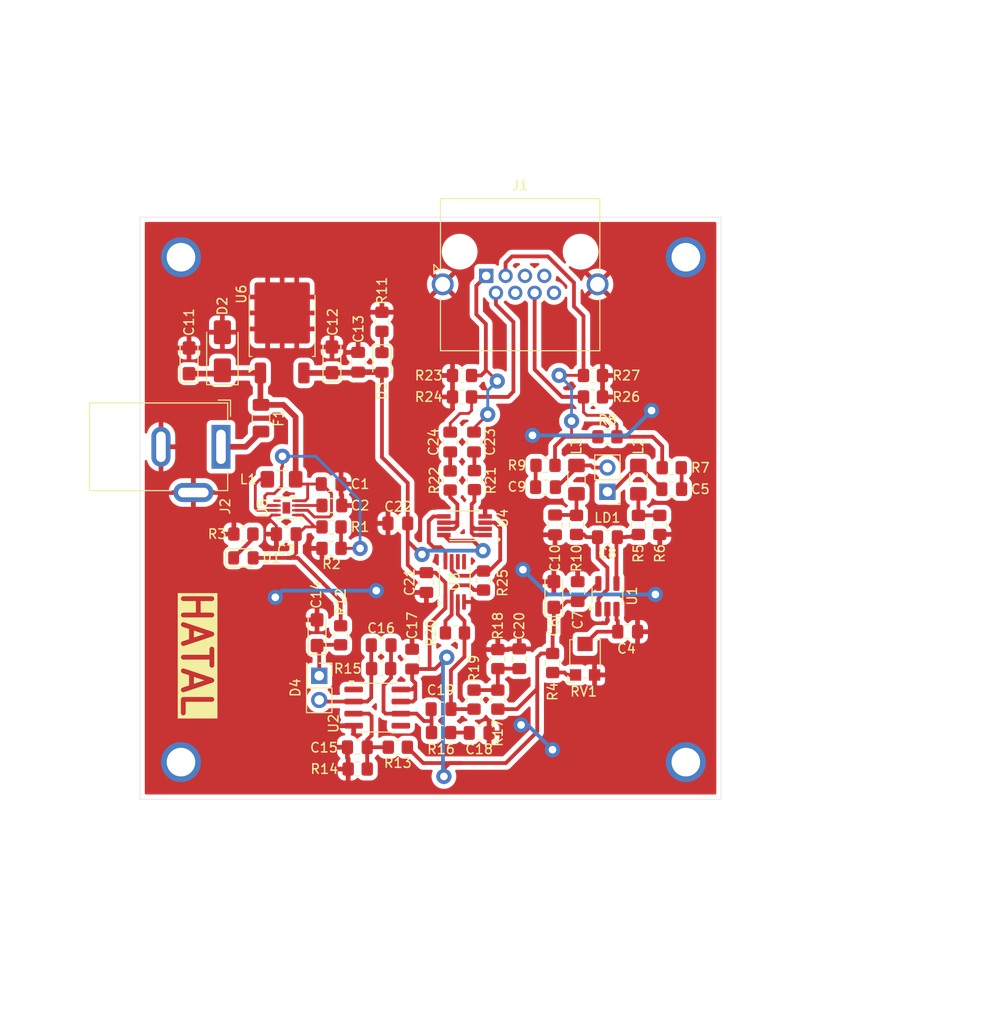
<source format=kicad_pcb>
(kicad_pcb (version 20240108) (generator "pcbnew") (generator_version "8.0")
  (layers (0 "F.Cu" signal) (31 "B.Cu" signal) (34 "B.Paste" user) (35 "F.Paste" user) (36 "B.SilkS" user "B.Silkscreen") (37 "F.SilkS" user "F.Silkscreen") (38 "B.Mask" user) (39 "F.Mask" user) (44 "Edge.Cuts" user))
  (net 0 "")
  (net 1 "/REGULATOR/+12V")
  (net 2 "GND")
  (net 3 "Net-(U5-VDD)")
  (net 4 "/fotodiode/+24V")
  (net 5 "Net-(U1-+)")
  (net 6 "Net-(C5-Pad1)")
  (net 7 "Net-(LD1-K)")
  (net 8 "/LASER DRIVER/+5V")
  (net 9 "Net-(C8-Pad1)")
  (net 10 "Net-(U1-V-)")
  (net 11 "Net-(LD1-A)")
  (net 12 "Net-(C9-Pad1)")
  (net 13 "Net-(C10-Pad2)")
  (net 14 "Net-(D4-K)")
  (net 15 "Net-(U2-+)")
  (net 16 "Net-(C16-Pad2)")
  (net 17 "Net-(D4-A)")
  (net 18 "Net-(C18-Pad2)")
  (net 19 "Net-(U3--)")
  (net 20 "Net-(C20-Pad2)")
  (net 21 "/TX+")
  (net 22 "Net-(C23-Pad2)")
  (net 23 "Net-(C24-Pad2)")
  (net 24 "/TX-")
  (net 25 "Net-(D1-K)")
  (net 26 "Net-(D3-K)")
  (net 27 "Net-(F1-Pad1)")
  (net 28 "/RX+")
  (net 31 "/RX-")
  (net 34 "Net-(U5-SW)")
  (net 35 "Net-(L2-Pad1)")
  (net 36 "Net-(U5-FB)")
  (net 37 "Net-(R4-Pad2)")
  (net 38 "Net-(U3-+)")
  (net 39 "Net-(U4A--)")
  (net 40 "Net-(U4B--)")
  (net 41 "Net-(U3-Q)")
  (net 42 "Net-(U3-~{Q})")
  (footprint "Resistor_SMD:R_0805_2012Metric_Pad1.20x1.40mm_HandSolder" (layer "F.Cu") (at 98.503375 84.416625)
    (property "Reference" "R23")
    (property "Value" "22K")
  )
  (footprint "Connector_PinHeader_2.54mm:PinHeader_1x02_P2.54mm_Vertical" (layer "F.Cu") (at 113.76647 96.62353 180)
    (property "Reference" "LD1")
    (property "Value" "D_Laser_1C2A")
  )
  (footprint "Resistor_SMD:R_0805_2012Metric_Pad1.20x1.40mm_HandSolder" (layer "F.Cu") (at 113.76647 90.84853 180)
    (property "Reference" "R8")
    (property "Value" "22K")
  )
  (footprint "Capacitor_SMD:C_0805_2012Metric_Pad1.18x1.45mm_HandSolder" (layer "F.Cu") (at 97.2625 91.4 -90)
    (property "Reference" "C24")
    (property "Value" "22nF")
  )
  (footprint "Resistor_SMD:R_0805_2012Metric_Pad1.20x1.40mm_HandSolder" (layer "F.Cu") (at 107.26647 93.84853)
    (property "Reference" "R9")
    (property "Value" "22K")
  )
  (footprint "Capacitor_SMD:C_0805_2012Metric_Pad1.18x1.45mm_HandSolder" (layer "F.Cu") (at 84.763375 95.813375)
    (property "Reference" "C1")
    (property "Value" "1uF")
  )
  (footprint "Resistor_SMD:R_0805_2012Metric_Pad1.20x1.40mm_HandSolder" (layer "F.Cu") (at 97.7625 111.4375 180)
    (property "Reference" "R20")
    (property "Value" "220R")
  )
  (footprint "Connector_PinHeader_2.54mm:PinHeader_2x01_P2.54mm_Vertical" (layer "F.Cu") (at 83.5125 115.9375 -90)
    (property "Reference" "D4")
    (property "Value" "D_Photo")
  )
  (footprint "Capacitor_SMD:C_0805_2012Metric_Pad1.18x1.45mm_HandSolder" (layer "F.Cu") (at 99.7625 91.4 -90)
    (property "Reference" "C23")
    (property "Value" "22nF")
  )
  (footprint "Capacitor_SMD:C_0805_2012Metric_Pad1.18x1.45mm_HandSolder" (layer "F.Cu") (at 120.51647 96.34853 180)
    (property "Reference" "C5")
    (property "Value" "22nF")
  )
  (footprint "Resistor_SMD:R_0805_2012Metric_Pad1.20x1.40mm_HandSolder" (layer "F.Cu") (at 102.2625 114.1875 90)
    (property "Reference" "R18")
    (property "Value" "4k7")
  )
  (footprint "Connector_RJ:RJ45_Amphenol_RJHSE5380" (layer "F.Cu") (at 101.043375 73.956625)
    (property "Reference" "J1")
    (property "Value" "RJ45_Shielded")
  )
  (footprint "Resistor_SMD:R_0805_2012Metric_Pad1.20x1.40mm_HandSolder" (layer "F.Cu") (at 110.51647 100.09853 90)
    (property "Reference" "R10")
    (property "Value" "10R")
  )
  (footprint "Resistor_SMD:R_0805_2012Metric_Pad1.20x1.40mm_HandSolder" (layer "F.Cu") (at 87.55 125.725 180)
    (property "Reference" "R14")
    (property "Value" "2k2")
  )
  (footprint "Diode_SMD:D_SMA" (layer "F.Cu") (at 73.345 81.875 90)
    (property "Reference" "D2")
    (property "Value" "D")
  )
  (footprint "Package_SO:SOIC-8_3.9x4.9mm_P1.27mm" (layer "F.Cu") (at 89.6025 119.2775)
    (property "Reference" "U2")
    (property "Value" "OPA695")
  )
  (footprint "Resistor_SMD:R_0805_2012Metric_Pad1.20x1.40mm_HandSolder" (layer "F.Cu") (at 75.550875 101.063375 180)
    (property "Reference" "R3")
    (property "Value" "22K")
  )
  (footprint "Resistor_SMD:R_0805_2012Metric_Pad1.20x1.40mm_HandSolder" (layer "F.Cu") (at 108.01647 114.59853 -90)
    (property "Reference" "R4")
    (property "Value" "22K")
  )
  (footprint "Capacitor_SMD:C_0805_2012Metric_Pad1.18x1.45mm_HandSolder" (layer "F.Cu") (at 104.5125 114.15 -90)
    (property "Reference" "C20")
    (property "Value" "1uF")
  )
  (footprint "Capacitor_SMD:C_0805_2012Metric_Pad1.18x1.45mm_HandSolder" (layer "F.Cu") (at 113.76647 101.38603)
    (property "Reference" "C8")
    (property "Value" "1uF")
  )
  (footprint "Resistor_SMD:R_0805_2012Metric_Pad1.20x1.40mm_HandSolder" (layer "F.Cu") (at 119.26647 100.09853 -90)
    (property "Reference" "R6")
    (property "Value" "10R")
  )
  (footprint "Capacitor_SMD:C_0805_2012Metric_Pad1.18x1.45mm_HandSolder" (layer "F.Cu") (at 110.64147 107.09853 -90)
    (property "Reference" "C7")
    (property "Value" "100nF")
  )
  (footprint "Capacitor_SMD:C_0805_2012Metric_Pad1.18x1.45mm_HandSolder" (layer "F.Cu") (at 94.7625 106.15 90)
    (property "Reference" "C21")
    (property "Value" "100nF")
  )
  (footprint "libs:SOP65P490X110-8N" (layer "F.Cu") (at 98.7625 100.1875 180)
    (property "Reference" "U4")
    (property "Value" "MAX4392")
  )
  (footprint "Inductor_SMD:L_1206_3216Metric_Pad1.42x1.75mm_HandSolder" (layer "F.Cu") (at 110.51647 95.34853 -90)
    (property "Reference" "L3")
    (property "Value" "10uH")
  )
  (footprint "Package_TO_SOT_SMD:SOT-23-5_HandSoldering" (layer "F.Cu") (at 113.76647 107.59853 90)
    (property "Reference" "U1")
    (property "Value" "MAX4390")
  )
  (footprint "Resistor_SMD:R_0805_2012Metric_Pad1.20x1.40mm_HandSolder" (layer "F.Cu") (at 84.800875 102.563375 180)
    (property "Reference" "R2")
    (property "Value" "500R")
  )
  (footprint "Capacitor_SMD:C_0805_2012Metric_Pad1.18x1.45mm_HandSolder" (layer "F.Cu") (at 96.3 119.4375 180)
    (property "Reference" "C19")
    (property "Value" "22nF")
  )
  (footprint "Resistor_SMD:R_0805_2012Metric_Pad1.20x1.40mm_HandSolder" (layer "F.Cu") (at 100.7625 105.9375 90)
    (property "Reference" "R25")
    (property "Value" "470k")
  )
  (footprint "Connector_BarrelJack:BarrelJack_GCT_DCJ200-10-A_Horizontal" (layer "F.Cu") (at 73.2 91.9 -90)
    (property "Reference" "J2")
    (property "Value" "Barrel_Jack_Switch")
  )
  (footprint "Capacitor_Tantalum_SMD:CP_EIA-3216-18_Kemet-A" (layer "F.Cu") (at 69.845 82.875 90)
    (property "Reference" "C11")
    (property "Value" "10uF")
  )
  (footprint "Resistor_SMD:R_0805_2012Metric_Pad1.20x1.40mm_HandSolder" (layer "F.Cu") (at 120.51647 94.09853 180)
    (property "Reference" "R7")
    (property "Value" "22K")
  )
  (footprint "Resistor_SMD:R_0805_2012Metric_Pad1.20x1.40mm_HandSolder" (layer "F.Cu") (at 90.095 78.7775 90)
    (property "Reference" "R11")
    (property "Value" "22K")
  )
  (footprint "Capacitor_SMD:C_0805_2012Metric_Pad1.18x1.45mm_HandSolder" (layer "F.Cu") (at 87.595 83.025 90)
    (property "Reference" "C13")
    (property "Value" "100nF")
  )
  (footprint "Potentiometer_SMD:Potentiometer_Bourns_TC33X_Vertical" (layer "F.Cu") (at 111.41647 114.04853 90)
    (property "Reference" "RV1")
    (property "Value" "R_Potentiometer")
  )
  (footprint "Capacitor_SMD:C_0805_2012Metric_Pad1.18x1.45mm_HandSolder" (layer "F.Cu") (at 80.050875 101.063375 180)
    (property "Reference" "C3")
    (property "Value" "1uF")
  )
  (footprint "Capacitor_SMD:C_0805_2012Metric_Pad1.18x1.45mm_HandSolder" (layer "F.Cu") (at 100.3 121.9375 180)
    (property "Reference" "C18")
    (property "Value" "1uF")
  )
  (footprint "Resistor_SMD:R_0805_2012Metric_Pad1.20x1.40mm_HandSolder" (layer "F.Cu") (at 91.7625 123.4375 180)
    (property "Reference" "R13")
    (property "Value" "2k2")
  )
  (footprint "Resistor_SMD:R_0805_2012Metric_Pad1.20x1.40mm_HandSolder" (layer "F.Cu") (at 99.8 95.4 90)
    (property "Reference" "R21")
    (property "Value" "50R")
  )
  (footprint "Capacitor_SMD:C_0805_2012Metric_Pad1.18x1.45mm_HandSolder" (layer "F.Cu") (at 115.89147 111.31103 180)
    (property "Reference" "C4")
    (property "Value" "2.2uF")
  )
  (footprint "Resistor_SMD:R_0805_2012Metric_Pad1.20x1.40mm_HandSolder" (layer "F.Cu") (at 85.7625 111.6875 -90)
    (property "Reference" "R12")
    (property "Value" "4k7")
  )
  (footprint "Inductor_SMD:L_1206_3216Metric_Pad1.42x1.75mm_HandSolder" (layer "F.Cu") (at 79.550875 95.313375 180)
    (property "Reference" "L1")
    (property "Value" "10uH")
  )
  (footprint "Capacitor_SMD:C_0805_2012Metric_Pad1.18x1.45mm_HandSolder" (layer "F.Cu") (at 93.2625 114.1875 -90)
    (property "Reference" "C17")
    (property "Value" "100nF")
  )
  (footprint "Resistor_SMD:R_0805_2012Metric_Pad1.20x1.40mm_HandSolder" (layer "F.Cu") (at 90.0125 115.1875 180)
    (property "Reference" "R15")
    (property "Value" "1k")
  )
  (footprint "Resistor_SMD:R_0805_2012Metric_Pad1.20x1.40mm_HandSolder" (layer "F.Cu") (at 112.253375 86.666625)
    (property "Reference" "R26")
    (property "Value" "22K")
  )
  (footprint "Package_DFN_QFN:TDFN-8-1EP_2x2mm_P0.5mm_EP0.8x1.2mm" (layer "F.Cu") (at 80.063375 98.313375 180)
    (property "Reference" "U5")
    (property "Value" "MIC2605")
  )
  (footprint "Capacitor_Tantalum_SMD:CP_EIA-3216-18_Kemet-A" (layer "F.Cu") (at 108.14147 107.40353 90)
    (property "Reference" "C6")
    (property "Value" "10uF")
  )
  (footprint "Inductor_SMD:L_1206_3216Metric_Pad1.42x1.75mm_HandSolder" (layer "F.Cu") (at 117.01647 95.34853 90)
    (property "Reference" "L2")
    (property "Value" "10uH")
  )
  (footprint "Package_SO:MSOP-8_3x3mm_P0.65mm" (layer "F.Cu") (at 97.7375 106.075 90)
    (property "Reference" "U3")
    (property "Value" "LT1713")
  )
  (footprint "Capacitor_SMD:C_0805_2012Metric_Pad1.18x1.45mm_HandSolder" (layer "F.Cu") (at 108.26647 100.09853 90)
    (property "Reference" "C10")
    (property "Value" "100nF")
  )
  (footprint "Capacitor_SMD:C_0805_2012Metric_Pad1.18x1.45mm_HandSolder" (layer "F.Cu") (at 87.5125 123.4375 180)
    (property "Reference" "C15")
    (property "Value" "100nF")
  )
  (footprint "Resistor_SMD:R_0805_2012Metric_Pad1.20x1.40mm_HandSolder" (layer "F.Cu") (at 97.2625 95.4375 90)
    (property "Reference" "R22")
    (property "Value" "50R")
  )
  (footprint "LED_SMD:LED_0805_2012Metric_Pad1.15x1.40mm_HandSolder" (layer "F.Cu") (at 75.550875 103.563375)
    (property "Reference" "D1")
    (property "Value" "LED")
  )
  (footprint "Capacitor_Tantalum_SMD:CP_EIA-3216-18_Kemet-A" (layer "F.Cu") (at 83.285 111.415 90)
    (property "Reference" "C14")
    (property "Value" "47uF")
  )
  (footprint "Resistor_SMD:R_0805_2012Metric_Pad1.20x1.40mm_HandSolder" (layer "F.Cu") (at 98.503375 86.666625)
    (property "Reference" "R24")
    (property "Value" "22K")
  )
  (footprint "Resistor_SMD:R_0805_2012Metric_Pad1.20x1.40mm_HandSolder" (layer "F.Cu") (at 117.01647 100.09853 90)
    (property "Reference" "R5")
    (property "Value" "10k")
  )
  (footprint "Fuse:Fuse_1206_3216Metric" (layer "F.Cu") (at 77.4 88.9 90)
    (property "Reference" "F1")
    (property "Value" "Fuse")
  )
  (footprint "Capacitor_SMD:C_0805_2012Metric_Pad1.18x1.45mm_HandSolder" (layer "F.Cu") (at 107.26647 96.13603)
    (property "Reference" "C9")
    (property "Value" "22nF")
  )
  (footprint "Resistor_SMD:R_0805_2012Metric_Pad1.20x1.40mm_HandSolder" (layer "F.Cu") (at 112.253375 84.416625)
    (property "Reference" "R27")
    (property "Value" "22K")
  )
  (footprint "Package_TO_SOT_SMD:TO-252-2" (layer "F.Cu") (at 79.62 79.11 90)
    (property "Reference" "U6")
    (property "Value" "L7805")
  )
  (footprint "Resistor_SMD:R_0805_2012Metric_Pad1.20x1.40mm_HandSolder" (layer "F.Cu") (at 96.3 121.9)
    (property "Reference" "R16")
    (property "Value" "50R")
  )
  (footprint "Capacitor_SMD:C_0805_2012Metric_Pad1.18x1.45mm_HandSolder" (layer "F.Cu") (at 90.0125 112.725)
    (property "Reference" "C16")
    (property "Value" "C")
  )
  (footprint "Capacitor_SMD:C_0805_2012Metric_Pad1.18x1.45mm_HandSolder" (layer "F.Cu") (at 91.7625 99.9375)
    (property "Reference" "C22")
    (property "Value" "100nF")
  )
  (footprint "LED_SMD:LED_0805_2012Metric_Pad1.15x1.40mm_HandSolder" (layer "F.Cu") (at 90.095 83.05 -90)
    (property "Reference" "D3")
    (property "Value" "LED")
  )
  (footprint "Capacitor_Tantalum_SMD:CP_EIA-3216-18_Kemet-A" (layer "F.Cu") (at 84.845 82.775 90)
    (property "Reference" "C12")
    (property "Value" "10uF")
  )
  (footprint "Resistor_SMD:R_0805_2012Metric_Pad1.20x1.40mm_HandSolder" (layer "F.Cu") (at 84.800875 100.313375)
    (property "Reference" "R1")
    (property "Value" "12.4K")
  )
  (footprint "Resistor_SMD:R_0805_2012Metric_Pad1.20x1.40mm_HandSolder" (layer "F.Cu") (at 102.2625 118.4375 90)
    (property "Reference" "R17")
    (property "Value" "1k2")
  )
  (footprint "Capacitor_SMD:C_0805_2012Metric_Pad1.18x1.45mm_HandSolder" (layer "F.Cu") (at 84.838375 98.063375)
    (property "Reference" "C2")
    (property "Value" "100nF")
  )
  (footprint "Resistor_SMD:R_0805_2012Metric_Pad1.20x1.40mm_HandSolder" (layer "F.Cu") (at 99.7625 118.4375 90)
    (property "Reference" "R19")
    (property "Value" "47k")
  )
  (gr_rect (start 64.7 67.8) (end 125.7 128.9) (stroke (width 0.05)) (fill none) (layer "Edge.Cuts"))
  (gr_text "HATAL" (at 68.85 106.8 270) (layer "F.SilkS" knockout) (effects (font (size 3 3) (thickness 0.5) (bold yes)) (justify left bottom)))
  (segment (start 84.600875 99.263375) (end 83.000875 99.263375) (width 0.3) (layer "F.Cu") (net 1))
  (segment (start 82.300875 98.563375) (end 81.050875 98.563375) (width 0.3) (layer "F.Cu") (net 1))
  (segment (start 83.800875 95.813375) (end 84.800875 96.813375) (width 0.3) (layer "F.Cu") (net 1))
  (segment (start 81.038375 95.313375) (end 81.038375 88.788375) (width 0.6) (layer "F.Cu") (net 1))
  (segment (start 83.725875 95.813375) (end 83.800875 95.813375) (width 0.3) (layer "F.Cu") (net 1))
  (segment (start 72.995 84.225) (end 73.345 83.875) (width 0.6) (layer "F.Cu") (net 1))
  (segment (start 83.725875 95.813375) (end 82.300875 95.813375) (width 0.3) (layer "F.Cu") (net 1))
  (segment (start 82.300875 95.813375) (end 81.538375 95.813375) (width 0.3) (layer "F.Cu") (net 1))
  (segment (start 82.300875 97.313375) (end 82.300875 95.813375) (width 0.3) (layer "F.Cu") (net 1))
  (segment (start 77.345 87.375) (end 77.34 87.37) (width 0.6) (layer "F.Cu") (net 1))
  (segment (start 77.34 84.15) (end 73.62 84.15) (width 0.6) (layer "F.Cu") (net 1))
  (segment (start 73.62 84.15) (end 73.345 83.875) (width 0.6) (layer "F.Cu") (net 1))
  (segment (start 84.800875 99.063375) (end 84.600875 99.263375) (width 0.3) (layer "F.Cu") (net 1))
  (segment (start 79.75 87.5) (end 77.4 87.5) (width 0.6) (layer "F.Cu") (net 1))
  (segment (start 81.050875 97.563375) (end 82.050875 97.563375) (width 0.3) (layer "F.Cu") (net 1))
  (segment (start 83.000875 99.263375) (end 82.300875 98.563375) (width 0.3) (layer "F.Cu") (net 1))
  (segment (start 69.845 84.225) (end 72.995 84.225) (width 0.6) (layer "F.Cu") (net 1))
  (segment (start 77.34 87.37) (end 77.34 84.15) (width 0.6) (layer "F.Cu") (net 1))
  (segment (start 84.800875 96.813375) (end 84.800875 99.063375) (width 0.3) (layer "F.Cu") (net 1))
  (segment (start 81.538375 95.813375) (end 81.038375 95.313375) (width 0.3) (layer "F.Cu") (net 1))
  (segment (start 81.038375 88.788375) (end 79.75 87.5) (width 0.6) (layer "F.Cu") (net 1))
  (segment (start 82.050875 97.563375) (end 82.300875 97.313375) (width 0.3) (layer "F.Cu") (net 1))
  (segment (start 78.536625 99.063375) (end 78.2 99.4) (width 0.3) (layer "F.Cu") (net 2))
  (segment (start 79.075875 99.063375) (end 78.536625 99.063375) (width 0.3) (layer "F.Cu") (net 2))
  (segment (start 79.013375 100.213375) (end 79.013375 101.063375) (width 0.3) (layer "F.Cu") (net 2))
  (segment (start 78.2 99.4) (end 79.013375 100.213375) (width 0.3) (layer "F.Cu") (net 2))
  (via (at 122 125) (size 4.2) (drill 3) (layers "F.Cu" "B.Cu") (net 2))
  (via (at 69 72) (size 4.2) (drill 3) (layers "F.Cu" "B.Cu") (net 2))
  (via (at 78.9 107.7) (size 1.6) (drill 0.8) (layers "F.Cu" "B.Cu") (net 2))
  (via (at 108 123.7) (size 1.6) (drill 0.8) (layers "F.Cu" "B.Cu") (net 2))
  (via (at 122 72) (size 4.2) (drill 3) (layers "F.Cu" "B.Cu") (net 2))
  (via (at 69 125) (size 4.2) (drill 3) (layers "F.Cu" "B.Cu") (net 2))
  (via (at 118.4 88.1) (size 1.6) (drill 0.8) (layers "F.Cu" "B.Cu") (net 2))
  (via (at 89.5 107) (size 1.6) (drill 0.8) (layers "F.Cu" "B.Cu") (net 2))
  (via (at 105.9 90.7) (size 1.6) (drill 0.8) (layers "F.Cu" "B.Cu") (net 2))
  (via (at 104.7 121.1) (size 1.6) (drill 0.8) (layers "F.Cu" "B.Cu") (net 2))
  (via (at 104.9 104.8) (size 1.6) (drill 0.8) (layers "F.Cu" "B.Cu") (net 2))
  (via (at 118.8 107.4) (size 1.6) (drill 0.8) (layers "F.Cu" "B.Cu") (net 2))
  (segment (start 79.6 107) (end 89.5 107) (width 0.4) (layer "B.Cu") (net 2))
  (segment (start 115.8 90.7) (end 118.4 88.1) (width 0.4) (layer "B.Cu") (net 2))
  (segment (start 78.9 107.7) (end 79.6 107) (width 0.4) (layer "B.Cu") (net 2))
  (segment (start 107.5 107.4) (end 118.8 107.4) (width 0.4) (layer "B.Cu") (net 2))
  (segment (start 105.9 90.7) (end 115.8 90.7) (width 0.4) (layer "B.Cu") (net 2))
  (segment (start 104.7 121.1) (end 105.4 121.1) (width 0.4) (layer "B.Cu") (net 2))
  (segment (start 105.4 121.1) (end 108 123.7) (width 0.4) (layer "B.Cu") (net 2))
  (segment (start 104.9 104.8) (end 107.5 107.4) (width 0.4) (layer "B.Cu") (net 2))
  (segment (start 83.800875 98.063375) (end 81.050875 98.063375) (width 0.3) (layer "F.Cu") (net 3))
  (segment (start 85.7 108) (end 85.7 108.3) (width 0.4) (layer "F.Cu") (net 4))
  (segment (start 81.088375 101.063375) (end 81.300875 101.063375) (width 0.3) (layer "F.Cu") (net 4))
  (segment (start 76.575875 103.563375) (end 80.2 103.563375) (width 0.4) (layer "F.Cu") (net 4))
  (segment (start 80.2 103.563375) (end 81.263375 103.563375) (width 0.4) (layer "F.Cu") (net 4))
  (segment (start 81.300875 101.063375) (end 82.050875 100.313375) (width 0.3) (layer "F.Cu") (net 4))
  (segment (start 81.088375 103.011625) (end 81.088375 101.063375) (width 0.4) (layer "F.Cu") (net 4))
  (segment (start 81.050875 99.063375) (end 81.800875 99.063375) (width 0.3) (layer "F.Cu") (net 4))
  (segment (start 81.263375 103.563375) (end 85.7 108) (width 0.4) (layer "F.Cu") (net 4))
  (segment (start 80.536625 103.563375) (end 81.088375 103.011625) (width 0.4) (layer "F.Cu") (net 4))
  (segment (start 85.7 108.3) (end 85.7625 108.3625) (width 0.4) (layer "F.Cu") (net 4))
  (segment (start 85.7625 108.3625) (end 85.7625 110.6875) (width 0.4) (layer "F.Cu") (net 4))
  (segment (start 81.800875 99.063375) (end 83.050875 100.313375) (width 0.3) (layer "F.Cu") (net 4))
  (segment (start 83.050875 100.313375) (end 83.800875 100.313375) (width 0.3) (layer "F.Cu") (net 4))
  (segment (start 80.2 103.563375) (end 80.536625 103.563375) (width 0.4) (layer "F.Cu") (net 4))
  (segment (start 82.050875 100.313375) (end 83.050875 100.313375) (width 0.3) (layer "F.Cu") (net 4))
  (segment (start 114.85397 111.31103) (end 112.70397 111.31103) (width 0.4) (layer "F.Cu") (net 5))
  (segment (start 114.71647 110.04853) (end 114.85397 110.18603) (width 0.4) (layer "F.Cu") (net 5))
  (segment (start 114.71647 108.94853) (end 114.71647 110.04853) (width 0.4) (layer "F.Cu") (net 5))
  (segment (start 114.85397 110.18603) (end 114.85397 111.31103) (width 0.4) (layer "F.Cu") (net 5))
  (segment (start 112.70397 111.31103) (end 111.41647 112.59853) (width 0.4) (layer "F.Cu") (net 5))
  (segment (start 121.55397 96.34853) (end 121.55397 94.13603) (width 0.4) (layer "F.Cu") (net 6))
  (segment (start 121.55397 94.13603) (end 121.51647 94.09853) (width 0.4) (layer "F.Cu") (net 6))
  (segment (start 119.47897 96.34853) (end 119.47897 96.32353) (width 0.4) (layer "F.Cu") (net 7))
  (segment (start 114.24147 96.62353) (end 117.00397 93.86103) (width 0.4) (layer "F.Cu") (net 7))
  (segment (start 113.76647 96.62353) (end 114.24147 96.62353) (width 0.4) (layer "F.Cu") (net 7))
  (segment (start 117.00397 93.86103) (end 117.01647 93.86103) (width 0.4) (layer "F.Cu") (net 7))
  (segment (start 119.47897 96.32353) (end 117.01647 93.86103) (width 0.4) (layer "F.Cu") (net 7))
  (segment (start 93.3575 118.6425) (end 92.0775 118.6425) (width 0.4) (layer "F.Cu") (net 8))
  (segment (start 104.2625 119.4375) (end 102.2625 119.4375) (width 0.4) (layer "F.Cu") (net 8))
  (segment (start 103.1 125.1) (end 106.4 121.8) (width 0.4) (layer "F.Cu") (net 8))
  (segment (start 96.7625 108.1875) (end 96.7625 108.8375) (width 0.4) (layer "F.Cu") (net 8))
  (segment (start 96.6 126.5) (end 96.6 125.7) (width 0.4) (layer "F.Cu") (net 8))
  (segment (start 108.14147 108.75353) (end 108.14147 111.47353) (width 0.4) (layer "F.Cu") (net 8))
  (segment (start 92.8 104.3) (end 92.8 101.8) (width 0.4) (layer "F.Cu") (net 8))
  (segment (start 95.1 110.5) (end 95.1 115.225) (width 0.4) (layer "F.Cu") (net 8))
  (segment (start 97.2 125.1) (end 103.1 125.1) (width 0.4) (layer "F.Cu") (net 8))
  (segment (start 92.8 95.7) (end 92.8 99.9375) (width 0.4) (layer "F.Cu") (net 8))
  (segment (start 106.4 117) (end 106.4 117.3) (width 0.4) (layer "F.Cu") (net 8))
  (segment (start 84.82 84.15) (end 84.845 84.125) (width 0.6) (layer "F.Cu") (net 8))
  (segment (start 99.6625 101.7625) (end 100.7 102.8) (width 0.4) (layer "F.Cu") (net 8))
  (segment (start 84.845 84.125) (end 87.5325 84.125) (width 0.6) (layer "F.Cu") (net 8))
  (segment (start 96.9 114) (end 95.675 115.225) (width 0.4) (layer "F.Cu") (net 8))
  (segment (start 97.1975 101.7625) (end 99.6625 101.7625) (width 0.4) (layer "F.Cu") (net 8))
  (segment (start 93.6125 105.1125) (end 92.8 104.3) (width 0.4) (layer "F.Cu") (net 8))
  (segment (start 110.64147 108.13603) (end 109.47897 108.13603) (width 0.4) (layer "F.Cu") (net 8))
  (segment (start 96.7625 108.8375) (end 95.1 110.5) (width 0.4) (layer "F.Cu") (net 8))
  (segment (start 94.7625 105.1125) (end 93.6125 105.1125) (width 0.4) (layer "F.Cu") (net 8))
  (segment (start 94.2 103.2) (end 92.8 101.8) (width 0.4) (layer "F.Cu") (net 8))
  (segment (start 106.4 121.8) (end 106.4 117) (width 0.4) (layer "F.Cu") (net 8))
  (segment (start 108.14147 111.47353) (end 108.01647 111.59853) (width 0.4) (layer "F.Cu") (net 8))
  (segment (start 94.7625 105.1125) (end 95.7125 105.1125) (width 0.4) (layer "F.Cu") (net 8))
  (segment (start 106.4 117.3) (end 104.2625 119.4375) (width 0.4) (layer "F.Cu") (net 8))
  (segment (start 90.095 92.995) (end 92.8 95.7) (width 0.4) (layer "F.Cu") (net 8))
  (segment (start 106.4 114) (end 106.4 117) (width 0.4) (layer "F.Cu") (net 8))
  (segment (start 93.2275 117.3725) (end 93.6 117) (width 0.4) (layer "F.Cu") (net 8))
  (segment (start 96.7625 106.1625) (end 96.7625 108.1875) (width 0.4) (layer "F.Cu") (net 8))
  (segment (start 94.3 103.2) (end 94.2 103.2) (width 0.4) (layer "F.Cu") (net 8))
  (segment (start 94.425 125.1) (end 92.7625 123.4375) (width 0.4) (layer "F.Cu") (net 8))
  (segment (start 93.6 116.7) (end 93.2625 116.3625) (width 0.4) (layer "F.Cu") (net 8))
  (segment (start 93.6 118.4) (end 93.3575 118.6425) (width 0.4) (layer "F.Cu") (net 8))
  (segment (start 106.80147 113.59853) (end 106.4 114) (width 0.4) (layer "F.Cu") (net 8))
  (segment (start 98.5 125.1) (end 94.425 125.1) (width 0.4) (layer "F.Cu") (net 8))
  (segment (start 81.9 84.15) (end 84.82 84.15) (width 0.6) (layer "F.Cu") (net 8))
  (segment (start 92.0775 117.3725) (end 93.2275 117.3725) (width 0.4) (layer "F.Cu") (net 8))
  (segment (start 93.2625 116.3625) (end 93.2625 115.225) (width 0.4) (layer "F.Cu") (net 8))
  (segment (start 95.7125 105.1125) (end 96.7625 106.1625) (width 0.4) (layer "F.Cu") (net 8))
  (segment (start 93.6 117) (end 93.6 118.4) (width 0.4) (layer "F.Cu") (net 8))
  (segment (start 108.86147 108.75353) (end 108.14147 108.75353) (width 0.4) (layer "F.Cu") (net 8))
  (segment (start 112.81647 106.24853) (end 110.92897 108.13603) (width 0.4) (layer "F.Cu") (net 8))
  (segment (start 95.675 115.225) (end 94.7 115.225) (width 0.4) (layer "F.Cu") (net 8))
  (segment (start 87.595 84.0625) (end 90.0825 84.0625) (width 0.6) (layer "F.Cu") (net 8))
  (segment (start 108.01647 111.59853) (end 108.01647 113.59853) (width 0.4) (layer "F.Cu") (net 8))
  (segment (start 110.92897 108.13603) (end 110.64147 108.13603) (width 0.4) (layer "F.Cu") (net 8))
  (segment (start 109.47897 108.13603) (end 108.86147 108.75353) (width 0.4) (layer "F.Cu") (net 8))
  (segment (start 96.5975 101.1625) (end 97.1975 101.7625) (width 0.4) (layer "F.Cu") (net 8))
  (segment (start 96.6 125.7) (end 97.2 125.1) (width 0.4) (layer "F.Cu") (net 8))
  (segment (start 87.5325 84.125) (end 87.595 84.0625) (width 0.6) (layer "F.Cu") (net 8))
  (segment (start 93.2625 115.225) (end 94.7 115.225) (width 0.4) (layer "F.Cu") (net 8))
  (segment (start 108.01647 113.59853) (end 106.80147 113.59853) (width 0.4) (layer "F.Cu") (net 8))
  (segment (start 93.6 117) (end 93.6 116.7) (width 0.4) (layer "F.Cu") (net 8))
  (segment (start 90.095 84.075) (end 90.095 92.995) (width 0.4) (layer "F.Cu") (net 8))
  (segment (start 92.8 101.8) (end 92.8 99.9375) (width 0.4) (layer "F.Cu") (net 8))
  (segment (start 90.0825 84.0625) (end 90.095 84.075) (width 0.6) (layer "F.Cu") (net 8))
  (via (at 94.3 103.2) (size 1.6) (drill 0.8) (layers "F.Cu" "B.Cu") (net 8))
  (via (at 100.7 102.8) (size 1.6) (drill 0.8) (layers "F.Cu" "B.Cu") (net 8))
  (via (at 96.6 126.5) (size 1.6) (drill 0.8) (layers "F.Cu" "B.Cu") (net 8))
  (via (at 96.9 114) (size 1.6) (drill 0.8) (layers "F.Cu" "B.Cu") (net 8))
  (segment (start 94.7 102.8) (end 94.3 103.2) (width 0.4) (layer "B.Cu") (net 8))
  (segment (start 96.9 114) (end 96.5 114.4) (width 0.4) (layer "B.Cu") (net 8))
  (segment (start 96.5 114.4) (end 96.5 126.4) (width 0.4) (layer "B.Cu") (net 8))
  (segment (start 96.5 126.4) (end 96.6 126.5) (width 0.4) (layer "B.Cu") (net 8))
  (segment (start 100.7 102.8) (end 94.7 102.8) (width 0.4) (layer "B.Cu") (net 8))
  (segment (start 112.72897 103.56103) (end 113.14147 103.97353) (width 0.4) (layer "F.Cu") (net 9))
  (segment (start 112.72897 101.38603) (end 112.72897 103.56103) (width 0.4) (layer "F.Cu") (net 9))
  (segment (start 112.81647 107.828528) (end 113.76647 106.878528) (width 0.4) (layer "F.Cu") (net 9))
  (segment (start 113.76647 106.878528) (end 113.76647 106.84853) (width 0.4) (layer "F.Cu") (net 9))
  (segment (start 113.76647 105.34853) (end 113.76647 104.59853) (width 0.4) (layer "F.Cu") (net 9))
  (segment (start 110.51647 101.09853) (end 111.26647 101.09853) (width 0.4) (layer "F.Cu") (net 9))
  (segment (start 113.76647 106.34853) (end 113.76647 105.34853) (width 0.4) (layer "F.Cu") (net 9))
  (segment (start 113.76647 106.84853) (end 113.76647 106.34853) (width 0.4) (layer "F.Cu") (net 9))
  (segment (start 111.26647 101.09853) (end 111.55397 101.38603) (width 0.4) (layer "F.Cu") (net 9))
  (segment (start 113.76647 104.59853) (end 113.14147 103.97353) (width 0.4) (layer "F.Cu") (net 9))
  (segment (start 111.55397 101.38603) (end 112.72897 101.38603) (width 0.4) (layer "F.Cu") (net 9))
  (segment (start 112.81647 108.94853) (end 112.81647 107.828528) (width 0.4) (layer "F.Cu") (net 9))
  (segment (start 117.01647 101.09853) (end 116.51647 101.09853) (width 0.4) (layer "F.Cu") (net 10))
  (segment (start 114.71647 101.47353) (end 114.80397 101.38603) (width 0.4) (layer "F.Cu") (net 10))
  (segment (start 116.26647 101.34853) (end 115.76647 101.34853) (width 0.4) (layer "F.Cu") (net 10))
  (segment (start 115.72897 101.38603) (end 114.80397 101.38603) (width 0.4) (layer "F.Cu") (net 10))
  (segment (start 114.71647 106.24853) (end 114.71647 101.47353) (width 0.4) (layer "F.Cu") (net 10))
  (segment (start 116.51647 101.09853) (end 116.26647 101.34853) (width 0.4) (layer "F.Cu") (net 10))
  (segment (start 115.76647 101.34853) (end 115.72897 101.38603) (width 0.4) (layer "F.Cu") (net 10))
  (segment (start 112.01647 93.84853) (end 112.00397 93.86103) (width 0.4) (layer "F.Cu") (net 11))
  (segment (start 108.30397 96.13603) (end 108.47897 96.13603) (width 0.4) (layer "F.Cu") (net 11))
  (segment (start 112.25147 94.08353) (end 112.01647 93.84853) (width 0.4) (layer "F.Cu") (net 11))
  (segment (start 112.00397 93.86103) (end 110.51647 93.86103) (width 0.4) (layer "F.Cu") (net 11))
  (segment (start 113.76647 94.08353) (end 112.25147 94.08353) (width 0.4) (layer "F.Cu") (net 11))
  (segment (start 108.47897 96.13603) (end 110.51647 94.09853) (width 0.4) (layer "F.Cu") (net 11))
  (segment (start 110.51647 94.09853) (end 110.51647 93.86103) (width 0.4) (layer "F.Cu") (net 11))
  (segment (start 106.22897 93.88603) (end 106.26647 93.84853) (width 0.4) (layer "F.Cu") (net 12))
  (segment (start 106.22897 96.13603) (end 106.22897 93.88603) (width 0.4) (layer "F.Cu") (net 12))
  (segment (start 108.26647 99.06103) (end 110.47897 99.06103) (width 0.4) (layer "F.Cu") (net 13))
  (segment (start 110.47897 99.06103) (end 110.51647 99.09853) (width 0.4) (layer "F.Cu") (net 13))
  (segment (start 110.51647 99.09853) (end 110.51647 96.83603) (width 0.4) (layer "F.Cu") (net 13))
  (segment (start 83.5125 115.9375) (end 83.5125 112.9925) (width 0.4) (layer "F.Cu") (net 14))
  (segment (start 85.7625 112.6875) (end 83.3625 112.6875) (width 0.4) (layer "F.Cu") (net 14))
  (segment (start 83.5125 112.9925) (end 83.285 112.765) (width 0.4) (layer "F.Cu") (net 14))
  (segment (start 83.3625 112.6875) (end 83.285 112.765) (width 0.4) (layer "F.Cu") (net 14))
  (segment (start 88.7375 119.9125) (end 87.1275 119.9125) (width 0.4) (layer "F.Cu") (net 15))
  (segment (start 90.7625 123.4375) (end 88.55 123.4375) (width 0.4) (layer "F.Cu") (net 15))
  (segment (start 88.55 125.725) (end 88.55 123.4375) (width 0.4) (layer "F.Cu") (net 15))
  (segment (start 88.55 122.65) (end 89.0125 122.1875) (width 0.4) (layer "F.Cu") (net 15))
  (segment (start 88.55 123.4375) (end 88.55 122.65) (width 0.4) (layer "F.Cu") (net 15))
  (segment (start 89.0125 122.1875) (end 89.0125 120.1875) (width 0.4) (layer "F.Cu") (net 15))
  (segment (start 89.0125 120.1875) (end 88.7375 119.9125) (width 0.4) (layer "F.Cu") (net 15))
  (segment (start 95.3 119.475) (end 95.2625 119.4375) (width 0.4) (layer "F.Cu") (net 16))
  (segment (start 93.7375 119.9125) (end 94.5125 120.6875) (width 0.4) (layer "F.Cu") (net 16))
  (segment (start 90.4875 119.9125) (end 90.2625 119.6875) (width 0.4) (layer "F.Cu") (net 16))
  (segment (start 94.5125 120.6875) (end 95.3 120.6875) (width 0.4) (layer "F.Cu") (net 16))
  (segment (start 91.05 116.15) (end 91.05 112.725) (width 0.4) (layer "F.Cu") (net 16))
  (segment (start 92.0775 119.9125) (end 93.7375 119.9125) (width 0.4) (layer "F.Cu") (net 16))
  (segment (start 92.0775 119.9125) (end 90.4875 119.9125) (width 0.4) (layer "F.Cu") (net 16))
  (segment (start 95.3 121.9) (end 95.3 120.6875) (width 0.4) (layer "F.Cu") (net 16))
  (segment (start 90.2625 116.9375) (end 91.05 116.15) (width 0.4) (layer "F.Cu") (net 16))
  (segment (start 95.3 120.6875) (end 95.3 119.475) (width 0.4) (layer "F.Cu") (net 16))
  (segment (start 90.2625 119.6875) (end 90.2625 116.9375) (width 0.4) (layer "F.Cu") (net 16))
  (segment (start 88.975 112.725) (end 88.975 118.225) (width 0.4) (layer "F.Cu") (net 17))
  (segment (start 88.975 118.225) (end 88.5575 118.6425) (width 0.4) (layer "F.Cu") (net 17))
  (segment (start 87.1275 118.6425) (end 83.6775 118.6425) (width 0.4) (layer "F.Cu") (net 17))
  (segment (start 88.5575 118.6425) (end 87.1275 118.6425) (width 0.4) (layer "F.Cu") (net 17))
  (segment (start 83.6775 118.6425) (end 83.5125 118.4775) (width 0.4) (layer "F.Cu") (net 17))
  (segment (start 99.225 121.9) (end 99.2625 121.9375) (width 0.4) (layer "F.Cu") (net 18))
  (segment (start 97.3 121.9) (end 99.225 121.9) (width 0.4) (layer "F.Cu") (net 18))
  (segment (start 97.3375 119.4375) (end 97.3375 115.3625) (width 0.4) (layer "F.Cu") (net 19))
  (segment (start 98.0625 108.1875) (end 98.0625 109.4875) (width 0.4) (layer "F.Cu") (net 19))
  (segment (start 97.3375 115.3625) (end 98.7625 113.9375) (width 0.4) (layer "F.Cu") (net 19))
  (segment (start 98.0625 109.4875) (end 98.7625 110.1875) (width 0.4) (layer "F.Cu") (net 19))
  (segment (start 98.7625 110.1875) (end 98.7625 111.4375) (width 0.4) (layer "F.Cu") (net 19))
  (segment (start 98.7625 113.9375) (end 98.7625 111.4375) (width 0.4) (layer "F.Cu") (net 19))
  (segment (start 97.3375 119.4375) (end 99.7625 119.4375) (width 0.4) (layer "F.Cu") (net 19))
  (segment (start 99.7625 117.4375) (end 102.2625 117.4375) (width 0.4) (layer "F.Cu") (net 20))
  (segment (start 102.2625 115.1875) (end 104.5125 115.1875) (width 0.4) (layer "F.Cu") (net 20))
  (segment (start 102.2625 117.4375) (end 102.2625 115.1875) (width 0.4) (layer "F.Cu") (net 20))
  (segment (start 102.2 85) (end 101.116625 83.916625) (width 0.3) (layer "F.Cu") (net 21))
  (segment (start 99.7625 90.3625) (end 99.7625 89.9375) (width 0.3) (layer "F.Cu") (net 21))
  (segment (start 99.7625 89.9375) (end 101.2 88.5) (width 0.3) (layer "F.Cu") (net 21))
  (segment (start 100.003375 74.996625) (end 101.043375 73.956625) (width 0.4) (layer "F.Cu") (net 21))
  (segment (start 101.003375 79.003375) (end 100.003375 78.003375) (width 0.4) (layer "F.Cu") (net 21))
  (segment (start 100.003375 78.003375) (end 100.003375 74.996625) (width 0.4) (layer "F.Cu") (net 21))
  (segment (start 101.003375 83.916625) (end 101.003375 79.003375) (width 0.4) (layer "F.Cu") (net 21))
  (segment (start 101.116625 83.916625) (end 101.003375 83.916625) (width 0.3) (layer "F.Cu") (net 21))
  (segment (start 99.503375 84.416625) (end 100.503375 84.416625) (width 0.4) (layer "F.Cu") (net 21))
  (segment (start 100.503375 84.416625) (end 101.003375 83.916625) (width 0.4) (layer "F.Cu") (net 21))
  (via (at 102.2 85) (size 1.6) (drill 0.8) (layers "F.Cu" "B.Cu") (net 21))
  (via (at 101.2 88.5) (size 1.6) (drill 0.8) (layers "F.Cu" "B.Cu") (net 21))
  (segment (start 101.2 86) (end 102.2 85) (width 0.3) (layer "B.Cu") (net 21))
  (segment (start 101.2 88.5) (end 101.2 86) (width 0.3) (layer "B.Cu") (net 21))
  (segment (start 99.8 94.4) (end 99.8 92.475) (width 0.4) (layer "F.Cu") (net 22))
  (segment (start 99.8 92.475) (end 99.7625 92.4375) (width 0.4) (layer "F.Cu") (net 22))
  (segment (start 97.2625 94.4375) (end 97.2625 92.4375) (width 0.4) (layer "F.Cu") (net 23))
  (segment (start 102.059375 76.959375) (end 102.059375 75.736625) (width 0.4) (layer "F.Cu") (net 24))
  (segment (start 97.2625 90.3625) (end 97.2625 89.4375) (width 0.3) (layer "F.Cu") (net 24))
  (segment (start 99.503375 86.666625) (end 103.333375 86.666625) (width 0.4) (layer "F.Cu") (net 24))
  (segment (start 103.333375 86.666625) (end 103.9 86.1) (width 0.4) (layer "F.Cu") (net 24))
  (segment (start 103.9 86.1) (end 103.9 78.8) (width 0.4) (layer "F.Cu") (net 24))
  (segment (start 99.503375 88.096625) (end 99.503375 86.666625) (width 0.3) (layer "F.Cu") (net 24))
  (segment (start 99.2 88.4) (end 99.503375 88.096625) (width 0.3) (layer "F.Cu") (net 24))
  (segment (start 98.3 88.4) (end 99.2 88.4) (width 0.3) (layer "F.Cu") (net 24))
  (segment (start 103.9 78.8) (end 102.059375 76.959375) (width 0.4) (layer "F.Cu") (net 24))
  (segment (start 97.2625 89.4375) (end 98.3 88.4) (width 0.3) (layer "F.Cu") (net 24))
  (segment (start 76.550875 101.063375) (end 76.550875 101.538375) (width 0.4) (layer "F.Cu") (net 25))
  (segment (start 76.550875 101.538375) (end 74.525875 103.563375) (width 0.4) (layer "F.Cu") (net 25))
  (segment (start 90.095 79.7775) (end 90.095 82.025) (width 0.4) (layer "F.Cu") (net 26))
  (segment (start 73.2 91.9) (end 75.8 91.9) (width 0.6) (layer "F.Cu") (net 27))
  (segment (start 73.85 92.55) (end 73.2 91.9) (width 0.6) (layer "F.Cu") (net 27))
  (segment (start 75.8 91.9) (end 77.4 90.3) (width 0.6) (layer "F.Cu") (net 27))
  (segment (start 110.253375 77.166625) (end 111.253375 78.166625) (width 0.4) (layer "F.Cu") (net 28))
  (segment (start 108.26647 93.84853) (end 108.26647 91.84853) (width 0.4) (layer "F.Cu") (net 28))
  (segment (start 108.7 84.4) (end 111.23675 84.4) (width 0.3) (layer "F.Cu") (net 28))
  (segment (start 103.753375 71.916625) (end 107.503375 71.916625) (width 0.4) (layer "F.Cu") (net 28))
  (segment (start 103.075375 73.956625) (end 103.075375 72.594625) (width 0.4) (layer "F.Cu") (net 28))
  (segment (start 110 90.5) (end 110 89.2) (width 0.3) (layer "F.Cu") (net 28))
  (segment (start 109.26647 90.84853) (end 110 90.84853) (width 0.4) (layer "F.Cu") (net 28))
  (segment (start 103.075375 72.594625) (end 103.753375 71.916625) (width 0.4) (layer "F.Cu") (net 28))
  (segment (start 110 90.84853) (end 112.76647 90.84853) (width 0.4) (layer "F.Cu") (net 28))
  (segment (start 111.253375 78.166625) (end 111.253375 84.416625) (width 0.4) (layer "F.Cu") (net 28))
  (segment (start 111.23675 84.4) (end 111.253375 84.416625) (width 0.3) (layer "F.Cu") (net 28))
  (segment (start 107.503375 71.916625) (end 110.253375 74.666625) (width 0.4) (layer "F.Cu") (net 28))
  (segment (start 110 90.84853) (end 110 90.5) (width 0.3) (layer "F.Cu") (net 28))
  (segment (start 110.253375 74.666625) (end 110.253375 77.166625) (width 0.4) (layer "F.Cu") (net 28))
  (segment (start 108.26647 91.84853) (end 109.26647 90.84853) (width 0.4) (layer "F.Cu") (net 28))
  (via (at 110 89.2) (size 1.6) (drill 0.8) (layers "F.Cu" "B.Cu") (net 28))
  (via (at 108.7 84.4) (size 1.6) (drill 0.8) (layers "F.Cu" "B.Cu") (net 28))
  (segment (start 110 85.7) (end 108.7 84.4) (width 0.3) (layer "B.Cu") (net 28))
  (segment (start 110 89.2) (end 110 85.7) (width 0.3) (layer "B.Cu") (net 28))
  (segment (start 114.76647 89.56647) (end 113.8 88.6) (width 0.3) (layer "F.Cu") (net 31))
  (segment (start 109.003375 86.666625) (end 111.253375 86.666625) (width 0.4) (layer "F.Cu") (net 31))
  (segment (start 119.51647 91.84853) (end 118.51647 90.84853) (width 0.4) (layer "F.Cu") (net 31))
  (segment (start 111.253375 88.253375) (end 111.253375 86.666625) (width 0.3) (layer "F.Cu") (net 31))
  (segment (start 106.123375 83.786625) (end 109.003375 86.666625) (width 0.4) (layer "F.Cu") (net 31))
  (segment (start 118.51647 90.84853) (end 114.76647 90.84853) (width 0.4) (layer "F.Cu") (net 31))
  (segment (start 111.6 88.6) (end 111.253375 88.253375) (width 0.3) (layer "F.Cu") (net 31))
  (segment (start 113.8 88.6) (end 111.6 88.6) (width 0.3) (layer "F.Cu") (net 31))
  (segment (start 114.76647 90.84853) (end 114.76647 89.56647) (width 0.3) (layer "F.Cu") (net 31))
  (segment (start 119.51647 94.09853) (end 119.51647 91.84853) (width 0.4) (layer "F.Cu") (net 31))
  (segment (start 106.123375 75.736625) (end 106.123375 83.786625) (width 0.4) (layer "F.Cu") (net 31))
  (segment (start 76.800875 95.813375) (end 77.300875 95.313375) (width 0.3) (layer "F.Cu") (net 34))
  (segment (start 77.300875 95.313375) (end 78.063375 95.313375) (width 0.3) (layer "F.Cu") (net 34))
  (segment (start 77.050875 98.563375) (end 76.800875 98.313375) (width 0.3) (layer "F.Cu") (net 34))
  (segment (start 79.075875 98.563375) (end 77.050875 98.563375) (width 0.3) (layer "F.Cu") (net 34))
  (segment (start 76.800875 98.313375) (end 76.800875 95.813375) (width 0.3) (layer "F.Cu") (net 34))
  (segment (start 117.01647 99.09853) (end 117.01647 96.83603) (width 0.4) (layer "F.Cu") (net 35))
  (segment (start 119.26647 99.09853) (end 117.01647 99.09853) (width 0.4) (layer "F.Cu") (net 35))
  (segment (start 85.800875 102.563375) (end 85.800875 100.313375) (width 0.4) (layer "F.Cu") (net 36))
  (segment (start 79.65 93.96425) (end 79.550875 94.063375) (width 0.3) (layer "F.Cu") (net 36))
  (segment (start 77.800875 97.813375) (end 78.050875 98.063375) (width 0.3) (layer "F.Cu") (net 36))
  (segment (start 79.550875 96.063375) (end 78.800875 96.813375) (width 0.3) (layer "F.Cu") (net 36))
  (segment (start 77.800875 97.063375) (end 77.800875 97.813375) (width 0.3) (layer "F.Cu") (net 36))
  (segment (start 79.65 92.9) (end 79.65 93.96425) (width 0.3) (layer "F.Cu") (net 36))
  (segment (start 78.050875 96.813375) (end 77.800875 97.063375) (width 0.3) (layer "F.Cu") (net 36))
  (segment (start 79.550875 94.063375) (end 79.550875 96.063375) (width 0.3) (layer "F.Cu") (net 36))
  (segment (start 78.800875 96.813375) (end 78.050875 96.813375) (width 0.3) (layer "F.Cu") (net 36))
  (segment (start 78.050875 98.063375) (end 79.075875 98.063375) (width 0.3) (layer "F.Cu") (net 36))
  (segment (start 87.800875 102.563375) (end 85.800875 102.563375) (width 0.3) (layer "F.Cu") (net 36))
  (via (at 79.65 92.9) (size 1.6) (drill 0.8) (layers "F.Cu" "B.Cu") (net 36))
  (via (at 87.800875 102.563375) (size 1.6) (drill 0.8) (layers "F.Cu" "B.Cu") (net 36))
  (segment (start 83.1375 92.9) (end 87.800875 97.563375) (width 0.3) (layer "B.Cu") (net 36))
  (segment (start 79.65 92.9) (end 83.1375 92.9) (width 0.3) (layer "B.Cu") (net 36))
  (segment (start 87.800875 97.563375) (end 87.800875 102.563375) (width 0.3) (layer "B.Cu") (net 36))
  (segment (start 109.51647 115.84853) (end 109.26647 115.59853) (width 0.4) (layer "F.Cu") (net 37))
  (segment (start 109.26647 115.59853) (end 108.01647 115.59853) (width 0.4) (layer "F.Cu") (net 37))
  (segment (start 110.41647 115.84853) (end 109.51647 115.84853) (width 0.4) (layer "F.Cu") (net 37))
  (segment (start 99.7625 106.9375) (end 99.2625 106.4375) (width 0.4) (layer "F.Cu") (net 38))
  (segment (start 97.4125 108.1875) (end 97.4125 109.5375) (width 0.4) (layer "F.Cu") (net 38))
  (segment (start 97.4125 107.0375) (end 97.4125 108.1875) (width 0.4) (layer "F.Cu") (net 38))
  (segment (start 100.7625 106.9375) (end 99.7625 106.9375) (width 0.4) (layer "F.Cu") (net 38))
  (segment (start 97.4125 109.5375) (end 96.7625 110.1875) (width 0.4) (layer "F.Cu") (net 38))
  (segment (start 99.2625 106.4375) (end 98.0125 106.4375) (width 0.4) (layer "F.Cu") (net 38))
  (segment (start 96.7625 110.1875) (end 96.7625 111.4375) (width 0.4) (layer "F.Cu") (net 38))
  (segment (start 98.0125 106.4375) (end 97.4125 107.0375) (width 0.4) (layer "F.Cu") (net 38))
  (segment (start 100.9275 100.5125) (end 99.8375 100.5125) (width 0.4) (layer "F.Cu") (net 39))
  (segment (start 99.8375 100.5125) (end 99.5125 100.1875) (width 0.4) (layer "F.Cu") (net 39))
  (segment (start 99.5125 97.9375) (end 99.8 97.65) (width 0.4) (layer "F.Cu") (net 39))
  (segment (start 99.5125 99.9375) (end 99.5125 97.9375) (width 0.4) (layer "F.Cu") (net 39))
  (segment (start 99.5125 100.1875) (end 99.5125 99.9375) (width 0.4) (layer "F.Cu") (net 39))
  (segment (start 99.5125 100.9375) (end 99.5125 99.9375) (width 0.4) (layer "F.Cu") (net 39))
  (segment (start 100.9275 101.1625) (end 99.7375 101.1625) (width 0.4) (layer "F.Cu") (net 39))
  (segment (start 99.8 97.65) (end 99.8 96.4) (width 0.4) (layer "F.Cu") (net 39))
  (segment (start 99.7375 101.1625) (end 99.5125 100.9375) (width 0.4) (layer "F.Cu") (net 39))
  (segment (start 98.0125 100.1875) (end 98.0125 97.9375) (width 0.4) (layer "F.Cu") (net 40))
  (segment (start 96.5975 100.5125) (end 97.6875 100.5125) (width 0.4) (layer "F.Cu") (net 40))
  (segment (start 97.2625 97.1875) (end 97.2625 96.4375) (width 0.4) (layer "F.Cu") (net 40))
  (segment (start 96.5975 99.8625) (end 97.8375 99.8625) (width 0.4) (layer "F.Cu") (net 40))
  (segment (start 97.6875 100.5125) (end 98.0125 100.1875) (width 0.4) (layer "F.Cu") (net 40))
  (segment (start 98.0125 97.9375) (end 97.2625 97.1875) (width 0.4) (layer "F.Cu") (net 40))
  (segment (start 97.8375 99.8625) (end 98.0125 99.6875) (width 0.4) (layer "F.Cu") (net 40))
  (segment (start 100.7625 104.9375) (end 100.0125 104.9375) (width 0.4) (layer "F.Cu") (net 41))
  (segment (start 98.0125 105.4375) (end 97.4125 104.8375) (width 0.4) (layer "F.Cu") (net 41))
  (segment (start 97.4125 104.8375) (end 97.4125 103.9625) (width 0.4) (layer "F.Cu") (net 41))
  (segment (start 101.9375 99.8625) (end 102.5125 100.4375) (width 0.4) (layer "F.Cu") (net 41))
  (segment (start 100.9275 99.8625) (end 101.9375 99.8625) (width 0.4) (layer "F.Cu") (net 41))
  (segment (start 102.5125 103.7875) (end 101.3625 104.9375) (width 0.4) (layer "F.Cu") (net 41))
  (segment (start 99.5125 105.4375) (end 98.0125 105.4375) (width 0.4) (layer "F.Cu") (net 41))
  (segment (start 101.3625 104.9375) (end 100.7625 104.9375) (width 0.4) (layer "F.Cu") (net 41))
  (segment (start 102.5125 100.4375) (end 102.5125 103.7875) (width 0.4) (layer "F.Cu") (net 41))
  (segment (start 100.0125 104.9375) (end 99.5125 105.4375) (width 0.4) (layer "F.Cu") (net 41))
  (segment (start 96.7625 103.9625) (end 96.7625 102.9375) (width 0.4) (layer "F.Cu") (net 42))
  (segment (start 96.2625 102.4375) (end 95.5125 102.4375) (width 0.4) (layer "F.Cu") (net 42))
  (segment (start 95.0125 101.9375) (end 95.0125 99.6875) (width 0.4) (layer "F.Cu") (net 42))
  (segment (start 95.4875 99.2125) (end 96.5975 99.2125) (width 0.4) (layer "F.Cu") (net 42))
  (segment (start 95.5125 102.4375) (end 95.0125 101.9375) (width 0.4) (layer "F.Cu") (net 42))
  (segment (start 95.0125 99.6875) (end 95.4875 99.2125) (width 0.4) (layer "F.Cu") (net 42))
  (segment (start 96.7625 102.9375) (end 96.2625 102.4375) (width 0.4) (layer "F.Cu") (net 42))
  (zone (net 2) (net_name "GND") (layer "F.Cu") (connect_pads (clearance 0.5)) (min_thickness 0.25) (fill yes (thermal_gap 0.5) (thermal_bridge_width 0.5) (island_removal_mode 1) (island_area_min 10))
    (polygon (pts (xy 50 45) (xy 50 152.5) (xy 155 152.5) (xy 155 45)))
  )
)
</source>
